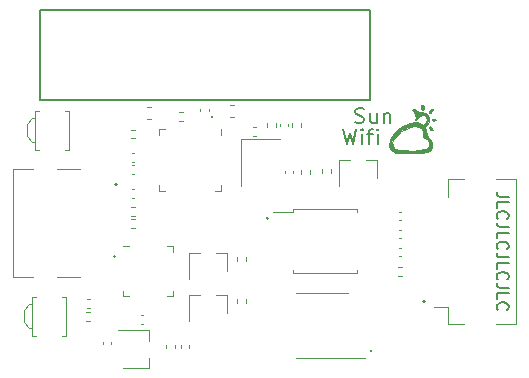
<source format=gbr>
%TF.GenerationSoftware,KiCad,Pcbnew,5.1.9-73d0e3b20d~88~ubuntu20.04.1*%
%TF.CreationDate,2021-02-21T20:05:17+08:00*%
%TF.ProjectId,weather_wifi,77656174-6865-4725-9f77-6966692e6b69,1.0*%
%TF.SameCoordinates,Original*%
%TF.FileFunction,Legend,Top*%
%TF.FilePolarity,Positive*%
%FSLAX46Y46*%
G04 Gerber Fmt 4.6, Leading zero omitted, Abs format (unit mm)*
G04 Created by KiCad (PCBNEW 5.1.9-73d0e3b20d~88~ubuntu20.04.1) date 2021-02-21 20:05:17*
%MOMM*%
%LPD*%
G01*
G04 APERTURE LIST*
%ADD10C,0.203200*%
%ADD11C,0.127000*%
%ADD12C,0.010000*%
%ADD13C,0.120000*%
G04 APERTURE END LIST*
D10*
X83864699Y-52358232D02*
X83150413Y-52358232D01*
X83007556Y-52310613D01*
X82912318Y-52215375D01*
X82864699Y-52072518D01*
X82864699Y-51977280D01*
X82864699Y-53310613D02*
X82864699Y-52834422D01*
X83864699Y-52834422D01*
X82959937Y-54215375D02*
X82912318Y-54167756D01*
X82864699Y-54024899D01*
X82864699Y-53929660D01*
X82912318Y-53786803D01*
X83007556Y-53691565D01*
X83102794Y-53643946D01*
X83293270Y-53596327D01*
X83436127Y-53596327D01*
X83626603Y-53643946D01*
X83721841Y-53691565D01*
X83817080Y-53786803D01*
X83864699Y-53929660D01*
X83864699Y-54024899D01*
X83817080Y-54167756D01*
X83769460Y-54215375D01*
X83864699Y-54929660D02*
X83150413Y-54929660D01*
X83007556Y-54882041D01*
X82912318Y-54786803D01*
X82864699Y-54643946D01*
X82864699Y-54548708D01*
X82864699Y-55882041D02*
X82864699Y-55405851D01*
X83864699Y-55405851D01*
X82959937Y-56786803D02*
X82912318Y-56739184D01*
X82864699Y-56596327D01*
X82864699Y-56501089D01*
X82912318Y-56358232D01*
X83007556Y-56262994D01*
X83102794Y-56215375D01*
X83293270Y-56167756D01*
X83436127Y-56167756D01*
X83626603Y-56215375D01*
X83721841Y-56262994D01*
X83817080Y-56358232D01*
X83864699Y-56501089D01*
X83864699Y-56596327D01*
X83817080Y-56739184D01*
X83769460Y-56786803D01*
X83864699Y-57501089D02*
X83150413Y-57501089D01*
X83007556Y-57453470D01*
X82912318Y-57358232D01*
X82864699Y-57215375D01*
X82864699Y-57120137D01*
X82864699Y-58453470D02*
X82864699Y-57977280D01*
X83864699Y-57977280D01*
X82959937Y-59358232D02*
X82912318Y-59310613D01*
X82864699Y-59167756D01*
X82864699Y-59072518D01*
X82912318Y-58929660D01*
X83007556Y-58834422D01*
X83102794Y-58786803D01*
X83293270Y-58739184D01*
X83436127Y-58739184D01*
X83626603Y-58786803D01*
X83721841Y-58834422D01*
X83817080Y-58929660D01*
X83864699Y-59072518D01*
X83864699Y-59167756D01*
X83817080Y-59310613D01*
X83769460Y-59358232D01*
X83864699Y-60072518D02*
X83150413Y-60072518D01*
X83007556Y-60024899D01*
X82912318Y-59929660D01*
X82864699Y-59786803D01*
X82864699Y-59691565D01*
X82864699Y-61024899D02*
X82864699Y-60548708D01*
X83864699Y-60548708D01*
X82959937Y-61929660D02*
X82912318Y-61882041D01*
X82864699Y-61739184D01*
X82864699Y-61643946D01*
X82912318Y-61501089D01*
X83007556Y-61405851D01*
X83102794Y-61358232D01*
X83293270Y-61310613D01*
X83436127Y-61310613D01*
X83626603Y-61358232D01*
X83721841Y-61405851D01*
X83817080Y-61501089D01*
X83864699Y-61643946D01*
X83864699Y-61739184D01*
X83817080Y-61882041D01*
X83769460Y-61929660D01*
X69867175Y-46629803D02*
X70169556Y-47899803D01*
X70411460Y-46992660D01*
X70653365Y-47899803D01*
X70955746Y-46629803D01*
X71439556Y-47899803D02*
X71439556Y-47053137D01*
X71439556Y-46629803D02*
X71379080Y-46690280D01*
X71439556Y-46750756D01*
X71500032Y-46690280D01*
X71439556Y-46629803D01*
X71439556Y-46750756D01*
X71862889Y-47053137D02*
X72346699Y-47053137D01*
X72044318Y-47899803D02*
X72044318Y-46811232D01*
X72104794Y-46690280D01*
X72225746Y-46629803D01*
X72346699Y-46629803D01*
X72770032Y-47899803D02*
X72770032Y-47053137D01*
X72770032Y-46629803D02*
X72709556Y-46690280D01*
X72770032Y-46750756D01*
X72830508Y-46690280D01*
X72770032Y-46629803D01*
X72770032Y-46750756D01*
D11*
X58806080Y-45610780D02*
G75*
G03*
X58806080Y-45610780I-63500J0D01*
G01*
X50678080Y-51325780D02*
G75*
G03*
X50678080Y-51325780I-63500J0D01*
G01*
X50551080Y-57421780D02*
G75*
G03*
X50551080Y-57421780I-63500J0D01*
G01*
X76776580Y-61231780D02*
G75*
G03*
X76776580Y-61231780I-63500J0D01*
G01*
X72268080Y-65422780D02*
G75*
G03*
X72268080Y-65422780I-63500J0D01*
G01*
X63505080Y-54183280D02*
G75*
G03*
X63505080Y-54183280I-63500J0D01*
G01*
X72136000Y-44196000D02*
X44196000Y-44196000D01*
X72136000Y-36560760D02*
X72136000Y-44196000D01*
X44196000Y-36555680D02*
X72136000Y-36555680D01*
X44196000Y-44196000D02*
X44196000Y-36555680D01*
D12*
%TO.C,G\u002A\u002A\u002A*%
G36*
X76684664Y-44756631D02*
G01*
X76666351Y-44895582D01*
X76584059Y-45008053D01*
X76486415Y-44894980D01*
X76431589Y-44675018D01*
X76459059Y-44615967D01*
X76606764Y-44591431D01*
X76684664Y-44756631D01*
G37*
X76684664Y-44756631D02*
X76666351Y-44895582D01*
X76584059Y-45008053D01*
X76486415Y-44894980D01*
X76431589Y-44675018D01*
X76459059Y-44615967D01*
X76606764Y-44591431D01*
X76684664Y-44756631D01*
G36*
X77433686Y-44956463D02*
G01*
X77445197Y-45006703D01*
X77336164Y-45217923D01*
X77295786Y-45248456D01*
X77157885Y-45241626D01*
X77146374Y-45191386D01*
X77255408Y-44980166D01*
X77295786Y-44949633D01*
X77433686Y-44956463D01*
G37*
X77433686Y-44956463D02*
X77445197Y-45006703D01*
X77336164Y-45217923D01*
X77295786Y-45248456D01*
X77157885Y-45241626D01*
X77146374Y-45191386D01*
X77255408Y-44980166D01*
X77295786Y-44949633D01*
X77433686Y-44956463D01*
G36*
X77703555Y-45830540D02*
G01*
X77658995Y-45898449D01*
X77507452Y-45909013D01*
X77348025Y-45872524D01*
X77417183Y-45818744D01*
X77650695Y-45800932D01*
X77703555Y-45830540D01*
G37*
X77703555Y-45830540D02*
X77658995Y-45898449D01*
X77507452Y-45909013D01*
X77348025Y-45872524D01*
X77417183Y-45818744D01*
X77650695Y-45800932D01*
X77703555Y-45830540D01*
G36*
X77323178Y-46486084D02*
G01*
X77437335Y-46676266D01*
X77422786Y-46740084D01*
X77266680Y-46735459D01*
X77245982Y-46717672D01*
X77147473Y-46487656D01*
X77146374Y-46463672D01*
X77222179Y-46408119D01*
X77323178Y-46486084D01*
G37*
X77323178Y-46486084D02*
X77437335Y-46676266D01*
X77422786Y-46740084D01*
X77266680Y-46735459D01*
X77245982Y-46717672D01*
X77147473Y-46487656D01*
X77146374Y-46463672D01*
X77222179Y-46408119D01*
X77323178Y-46486084D01*
G36*
X75883754Y-44915833D02*
G01*
X76000649Y-45030012D01*
X76273017Y-45197917D01*
X76443846Y-45204204D01*
X76783762Y-45246149D01*
X76929434Y-45329119D01*
X77098716Y-45603660D01*
X77137255Y-45949191D01*
X77042987Y-46231098D01*
X76944406Y-46306513D01*
X76807880Y-46493667D01*
X76833226Y-46814490D01*
X76999164Y-47166536D01*
X77162083Y-47354437D01*
X77396056Y-47719304D01*
X77420999Y-48125795D01*
X77230988Y-48452586D01*
X76975007Y-48545288D01*
X76508974Y-48618828D01*
X75921297Y-48668832D01*
X75300380Y-48690927D01*
X74734631Y-48680740D01*
X74312455Y-48633897D01*
X74199962Y-48602529D01*
X73855090Y-48353592D01*
X73738771Y-47999916D01*
X73793967Y-47716314D01*
X74026436Y-47716314D01*
X74056290Y-48043534D01*
X74270197Y-48299430D01*
X74585758Y-48388222D01*
X75092177Y-48438980D01*
X75683883Y-48451428D01*
X76255305Y-48425294D01*
X76700875Y-48360303D01*
X76857373Y-48306141D01*
X77095014Y-48057893D01*
X77130187Y-47754242D01*
X76965388Y-47511403D01*
X76839100Y-47456009D01*
X76616284Y-47307688D01*
X76614446Y-47160350D01*
X76616419Y-46861991D01*
X76542934Y-46657044D01*
X76279003Y-46439443D01*
X75887214Y-46369946D01*
X75505849Y-46460771D01*
X75377579Y-46554075D01*
X75084668Y-46719089D01*
X74953608Y-46740840D01*
X74697448Y-46860757D01*
X74548463Y-47041397D01*
X74334748Y-47334727D01*
X74195492Y-47459704D01*
X74026436Y-47716314D01*
X73793967Y-47716314D01*
X73819670Y-47584254D01*
X74066453Y-47149360D01*
X74447783Y-46737986D01*
X74932326Y-46392885D01*
X75488747Y-46156810D01*
X76054321Y-46072471D01*
X76357775Y-46134831D01*
X76478505Y-46226888D01*
X76646673Y-46293986D01*
X76786146Y-46208593D01*
X76983288Y-45901868D01*
X76887826Y-45586064D01*
X76785739Y-45483275D01*
X76587692Y-45405241D01*
X76355099Y-45540643D01*
X76240761Y-45651745D01*
X76025411Y-45854666D01*
X75970616Y-45838799D01*
X76003319Y-45722943D01*
X75982735Y-45388793D01*
X75868830Y-45219568D01*
X75723173Y-45001088D01*
X75732063Y-44894728D01*
X75883754Y-44915833D01*
G37*
X75883754Y-44915833D02*
X76000649Y-45030012D01*
X76273017Y-45197917D01*
X76443846Y-45204204D01*
X76783762Y-45246149D01*
X76929434Y-45329119D01*
X77098716Y-45603660D01*
X77137255Y-45949191D01*
X77042987Y-46231098D01*
X76944406Y-46306513D01*
X76807880Y-46493667D01*
X76833226Y-46814490D01*
X76999164Y-47166536D01*
X77162083Y-47354437D01*
X77396056Y-47719304D01*
X77420999Y-48125795D01*
X77230988Y-48452586D01*
X76975007Y-48545288D01*
X76508974Y-48618828D01*
X75921297Y-48668832D01*
X75300380Y-48690927D01*
X74734631Y-48680740D01*
X74312455Y-48633897D01*
X74199962Y-48602529D01*
X73855090Y-48353592D01*
X73738771Y-47999916D01*
X73793967Y-47716314D01*
X74026436Y-47716314D01*
X74056290Y-48043534D01*
X74270197Y-48299430D01*
X74585758Y-48388222D01*
X75092177Y-48438980D01*
X75683883Y-48451428D01*
X76255305Y-48425294D01*
X76700875Y-48360303D01*
X76857373Y-48306141D01*
X77095014Y-48057893D01*
X77130187Y-47754242D01*
X76965388Y-47511403D01*
X76839100Y-47456009D01*
X76616284Y-47307688D01*
X76614446Y-47160350D01*
X76616419Y-46861991D01*
X76542934Y-46657044D01*
X76279003Y-46439443D01*
X75887214Y-46369946D01*
X75505849Y-46460771D01*
X75377579Y-46554075D01*
X75084668Y-46719089D01*
X74953608Y-46740840D01*
X74697448Y-46860757D01*
X74548463Y-47041397D01*
X74334748Y-47334727D01*
X74195492Y-47459704D01*
X74026436Y-47716314D01*
X73793967Y-47716314D01*
X73819670Y-47584254D01*
X74066453Y-47149360D01*
X74447783Y-46737986D01*
X74932326Y-46392885D01*
X75488747Y-46156810D01*
X76054321Y-46072471D01*
X76357775Y-46134831D01*
X76478505Y-46226888D01*
X76646673Y-46293986D01*
X76786146Y-46208593D01*
X76983288Y-45901868D01*
X76887826Y-45586064D01*
X76785739Y-45483275D01*
X76587692Y-45405241D01*
X76355099Y-45540643D01*
X76240761Y-45651745D01*
X76025411Y-45854666D01*
X75970616Y-45838799D01*
X76003319Y-45722943D01*
X75982735Y-45388793D01*
X75868830Y-45219568D01*
X75723173Y-45001088D01*
X75732063Y-44894728D01*
X75883754Y-44915833D01*
D13*
%TO.C,C4*%
X52177836Y-49382000D02*
X51962164Y-49382000D01*
X52177836Y-48662000D02*
X51962164Y-48662000D01*
%TO.C,J1*%
X78710000Y-61683000D02*
X78710000Y-63173000D01*
X78710000Y-63173000D02*
X80050000Y-63173000D01*
X78710000Y-52363000D02*
X78710000Y-50873000D01*
X78710000Y-50873000D02*
X80050000Y-50873000D01*
X82770000Y-63173000D02*
X84510000Y-63173000D01*
X84510000Y-63173000D02*
X84510000Y-50873000D01*
X84510000Y-50873000D02*
X82770000Y-50873000D01*
X78710000Y-61683000D02*
X77510000Y-61683000D01*
%TO.C,J2*%
X47570000Y-50030000D02*
X45650000Y-50030000D01*
X45650000Y-59190000D02*
X47570000Y-59190000D01*
X43640000Y-59190000D02*
X41935000Y-59190000D01*
X41935000Y-50030000D02*
X43640000Y-50030000D01*
X41935000Y-59190000D02*
X41935000Y-50030000D01*
%TO.C,L1*%
X60284141Y-44575000D02*
X60609699Y-44575000D01*
X60284141Y-45595000D02*
X60609699Y-45595000D01*
%TO.C,L2*%
X53568819Y-44727400D02*
X53243261Y-44727400D01*
X53568819Y-45747400D02*
X53243261Y-45747400D01*
%TO.C,Q1*%
X60000000Y-57152000D02*
X59070000Y-57152000D01*
X56840000Y-57152000D02*
X57770000Y-57152000D01*
X56840000Y-57152000D02*
X56840000Y-59312000D01*
X60000000Y-57152000D02*
X60000000Y-58612000D01*
%TO.C,Q2*%
X60000000Y-60708000D02*
X60000000Y-62168000D01*
X56840000Y-60708000D02*
X56840000Y-62868000D01*
X56840000Y-60708000D02*
X57770000Y-60708000D01*
X60000000Y-60708000D02*
X59070000Y-60708000D01*
%TO.C,Q3*%
X72700000Y-49278000D02*
X71770000Y-49278000D01*
X69540000Y-49278000D02*
X70470000Y-49278000D01*
X69540000Y-49278000D02*
X69540000Y-51438000D01*
X72700000Y-49278000D02*
X72700000Y-50738000D01*
%TO.C,SW1*%
X43558000Y-60834000D02*
X43858000Y-60834000D01*
X43558000Y-64134000D02*
X43558000Y-60834000D01*
X43858000Y-64134000D02*
X43558000Y-64134000D01*
X46358000Y-60834000D02*
X46058000Y-60834000D01*
X46058000Y-64134000D02*
X46358000Y-64134000D01*
X46358000Y-64134000D02*
X46358000Y-60834000D01*
X43238000Y-61484000D02*
X43558000Y-61484000D01*
X42858000Y-61984000D02*
X43238000Y-61484000D01*
X42858000Y-62984000D02*
X42858000Y-61984000D01*
X43238000Y-63484000D02*
X43558000Y-63484000D01*
X42858000Y-62984000D02*
X43238000Y-63484000D01*
%TO.C,SW2*%
X43112000Y-47236000D02*
X43492000Y-47736000D01*
X43492000Y-47736000D02*
X43812000Y-47736000D01*
X43112000Y-47236000D02*
X43112000Y-46236000D01*
X43112000Y-46236000D02*
X43492000Y-45736000D01*
X43492000Y-45736000D02*
X43812000Y-45736000D01*
X46612000Y-48386000D02*
X46612000Y-45086000D01*
X46312000Y-48386000D02*
X46612000Y-48386000D01*
X46612000Y-45086000D02*
X46312000Y-45086000D01*
X44112000Y-48386000D02*
X43812000Y-48386000D01*
X43812000Y-48386000D02*
X43812000Y-45086000D01*
X43812000Y-45086000D02*
X44112000Y-45086000D01*
%TO.C,U1*%
X53399000Y-63668000D02*
X53399000Y-64578000D01*
X53399000Y-65978000D02*
X53399000Y-66888000D01*
X50824000Y-63668000D02*
X53399000Y-63668000D01*
X51249000Y-66888000D02*
X53399000Y-66888000D01*
%TO.C,U2*%
X59506000Y-51411000D02*
X59506000Y-51886000D01*
X59506000Y-51886000D02*
X59031000Y-51886000D01*
X54286000Y-47141000D02*
X54286000Y-46666000D01*
X54286000Y-46666000D02*
X54761000Y-46666000D01*
X54286000Y-51411000D02*
X54286000Y-51886000D01*
X54286000Y-51886000D02*
X54761000Y-51886000D01*
X59506000Y-47141000D02*
X59506000Y-46666000D01*
%TO.C,U3*%
X68326000Y-58859000D02*
X71051000Y-58859000D01*
X71051000Y-58859000D02*
X71051000Y-58599000D01*
X68326000Y-58859000D02*
X65601000Y-58859000D01*
X65601000Y-58859000D02*
X65601000Y-58599000D01*
X68326000Y-53409000D02*
X71051000Y-53409000D01*
X71051000Y-53409000D02*
X71051000Y-53669000D01*
X68326000Y-53409000D02*
X65601000Y-53409000D01*
X65601000Y-53409000D02*
X65601000Y-53669000D01*
X65601000Y-53669000D02*
X63926000Y-53669000D01*
%TO.C,U4*%
X54975000Y-56564000D02*
X55450000Y-56564000D01*
X55450000Y-56564000D02*
X55450000Y-57039000D01*
X51705000Y-60784000D02*
X51230000Y-60784000D01*
X51230000Y-60784000D02*
X51230000Y-60309000D01*
X54975000Y-60784000D02*
X55450000Y-60784000D01*
X55450000Y-60784000D02*
X55450000Y-60309000D01*
X51705000Y-56564000D02*
X51230000Y-56564000D01*
%TO.C,U5*%
X68072000Y-60511000D02*
X65872000Y-60511000D01*
X68072000Y-60511000D02*
X70272000Y-60511000D01*
X68072000Y-65981000D02*
X65872000Y-65981000D01*
X68072000Y-65981000D02*
X71672000Y-65981000D01*
%TO.C,Y1*%
X64515000Y-47474120D02*
X61215000Y-47474120D01*
X61215000Y-47474120D02*
X61215000Y-51474120D01*
%TO.C,C1*%
X54885000Y-65131836D02*
X54885000Y-64916164D01*
X55605000Y-65131836D02*
X55605000Y-64916164D01*
%TO.C,C2*%
X64897680Y-50374436D02*
X64897680Y-50158764D01*
X65617680Y-50374436D02*
X65617680Y-50158764D01*
%TO.C,C3*%
X62223764Y-46472520D02*
X62439436Y-46472520D01*
X62223764Y-47192520D02*
X62439436Y-47192520D01*
%TO.C,C5*%
X50245600Y-64867676D02*
X50245600Y-64652004D01*
X49525600Y-64867676D02*
X49525600Y-64652004D01*
%TO.C,C6*%
X52172756Y-50423400D02*
X51957084Y-50423400D01*
X52172756Y-49703400D02*
X51957084Y-49703400D01*
%TO.C,C7*%
X52177836Y-52430000D02*
X51962164Y-52430000D01*
X52177836Y-51710000D02*
X51962164Y-51710000D01*
%TO.C,C8*%
X56104200Y-65131836D02*
X56104200Y-64916164D01*
X56824200Y-65131836D02*
X56824200Y-64916164D01*
%TO.C,C9*%
X52939836Y-63098000D02*
X52724164Y-63098000D01*
X52939836Y-62378000D02*
X52724164Y-62378000D01*
%TO.C,C10*%
X74568164Y-54335000D02*
X74783836Y-54335000D01*
X74568164Y-53615000D02*
X74783836Y-53615000D01*
%TO.C,C11*%
X74568164Y-55139000D02*
X74783836Y-55139000D01*
X74568164Y-55859000D02*
X74783836Y-55859000D01*
%TO.C,C12*%
X74568164Y-57383000D02*
X74783836Y-57383000D01*
X74568164Y-56663000D02*
X74783836Y-56663000D01*
%TO.C,C13*%
X64511600Y-46188804D02*
X64511600Y-46404476D01*
X65231600Y-46188804D02*
X65231600Y-46404476D01*
%TO.C,C14*%
X57765360Y-44921284D02*
X57765360Y-45136956D01*
X58485360Y-44921284D02*
X58485360Y-45136956D01*
%TO.C,R1*%
X64200040Y-46155639D02*
X64200040Y-46462921D01*
X63440040Y-46155639D02*
X63440040Y-46462921D01*
%TO.C,R2*%
X60834000Y-57504359D02*
X60834000Y-57811641D01*
X61594000Y-57504359D02*
X61594000Y-57811641D01*
%TO.C,R3*%
X61594000Y-61060359D02*
X61594000Y-61367641D01*
X60834000Y-61060359D02*
X60834000Y-61367641D01*
%TO.C,R4*%
X68833000Y-50011359D02*
X68833000Y-50318641D01*
X68073000Y-50011359D02*
X68073000Y-50318641D01*
%TO.C,R5*%
X52233801Y-54255400D02*
X51926519Y-54255400D01*
X52233801Y-55015400D02*
X51926519Y-55015400D01*
%TO.C,R6*%
X52223641Y-53239400D02*
X51916359Y-53239400D01*
X52223641Y-53999400D02*
X51916359Y-53999400D01*
%TO.C,R7*%
X48439041Y-61797200D02*
X48131759Y-61797200D01*
X48439041Y-61037200D02*
X48131759Y-61037200D01*
%TO.C,R8*%
X51909279Y-47430960D02*
X52216561Y-47430960D01*
X51909279Y-46670960D02*
X52216561Y-46670960D01*
%TO.C,R10*%
X56000679Y-45967920D02*
X56307961Y-45967920D01*
X56000679Y-45207920D02*
X56307961Y-45207920D01*
%TO.C,R11*%
X65553320Y-46155639D02*
X65553320Y-46462921D01*
X66313320Y-46155639D02*
X66313320Y-46462921D01*
%TO.C,R12*%
X66274680Y-50433481D02*
X66274680Y-50126199D01*
X67034680Y-50433481D02*
X67034680Y-50126199D01*
%TO.C,R13*%
X48426641Y-62104000D02*
X48119359Y-62104000D01*
X48426641Y-62864000D02*
X48119359Y-62864000D01*
%TO.C,R14*%
X74829641Y-58294000D02*
X74522359Y-58294000D01*
X74829641Y-59054000D02*
X74522359Y-59054000D01*
%TO.C,G\u002A\u002A\u002A*%
D10*
X70883175Y-46061327D02*
X71064603Y-46121803D01*
X71366984Y-46121803D01*
X71487937Y-46061327D01*
X71548413Y-46000851D01*
X71608889Y-45879899D01*
X71608889Y-45758946D01*
X71548413Y-45637994D01*
X71487937Y-45577518D01*
X71366984Y-45517041D01*
X71125080Y-45456565D01*
X71004127Y-45396089D01*
X70943651Y-45335613D01*
X70883175Y-45214660D01*
X70883175Y-45093708D01*
X70943651Y-44972756D01*
X71004127Y-44912280D01*
X71125080Y-44851803D01*
X71427460Y-44851803D01*
X71608889Y-44912280D01*
X72697460Y-45275137D02*
X72697460Y-46121803D01*
X72153175Y-45275137D02*
X72153175Y-45940375D01*
X72213651Y-46061327D01*
X72334603Y-46121803D01*
X72516032Y-46121803D01*
X72636984Y-46061327D01*
X72697460Y-46000851D01*
X73302222Y-45275137D02*
X73302222Y-46121803D01*
X73302222Y-45396089D02*
X73362699Y-45335613D01*
X73483651Y-45275137D01*
X73665080Y-45275137D01*
X73786032Y-45335613D01*
X73846508Y-45456565D01*
X73846508Y-46121803D01*
%TD*%
M02*

</source>
